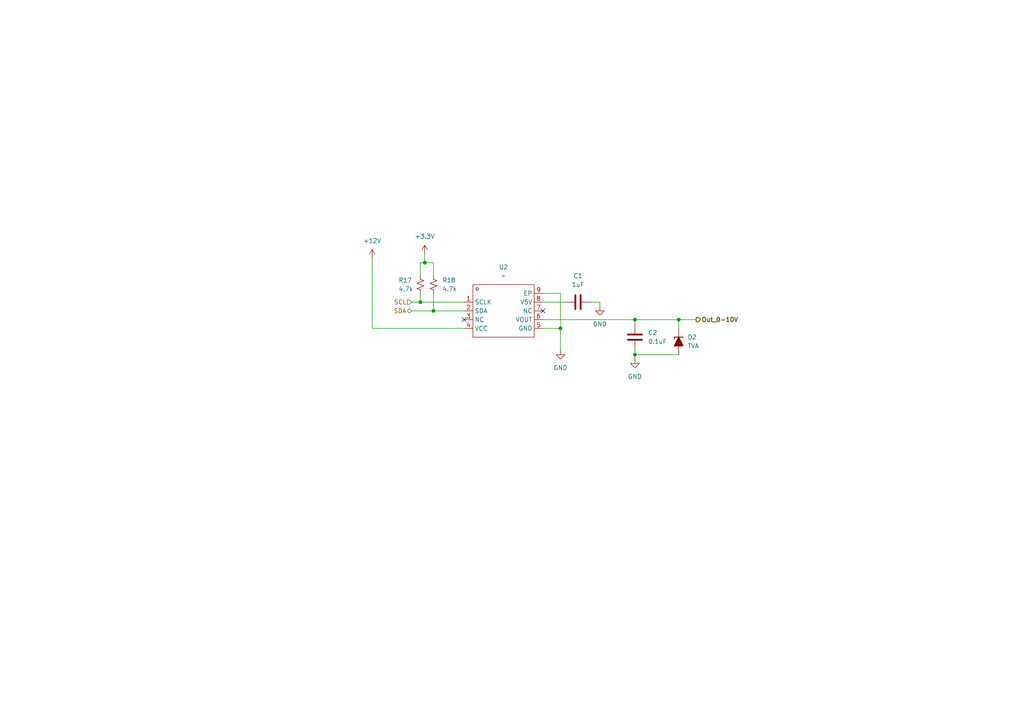
<source format=kicad_sch>
(kicad_sch
	(version 20250114)
	(generator "eeschema")
	(generator_version "9.0")
	(uuid "3fd9f8e7-17f3-41aa-9687-56f8b537a4d3")
	(paper "A4")
	(lib_symbols
		(symbol "GP8211S-TC50-EW:root_0_GP8211S-TC50-EW_"
			(exclude_from_sim no)
			(in_bom yes)
			(on_board yes)
			(property "Reference" ""
				(at 0 0 0)
				(effects
					(font
						(size 1.27 1.27)
					)
				)
			)
			(property "Value" ""
				(at 0 0 0)
				(effects
					(font
						(size 1.27 1.27)
					)
				)
			)
			(property "Footprint" ""
				(at 0 0 0)
				(effects
					(font
						(size 1.27 1.27)
					)
					(hide yes)
				)
			)
			(property "Datasheet" ""
				(at 0 0 0)
				(effects
					(font
						(size 1.27 1.27)
					)
					(hide yes)
				)
			)
			(property "Description" ""
				(at 0 0 0)
				(effects
					(font
						(size 1.27 1.27)
					)
					(hide yes)
				)
			)
			(property "ki_fp_filters" "*ESOP-8_L4.9-W3.9-P1.27-LS6.0-BL-EP*"
				(at 0 0 0)
				(effects
					(font
						(size 1.27 1.27)
					)
					(hide yes)
				)
			)
			(symbol "root_0_GP8211S-TC50-EW__1_0"
				(rectangle
					(start -8.89 7.62)
					(end 8.89 -7.62)
					(stroke
						(width 0)
						(type solid)
						(color 160 0 0 1)
					)
					(fill
						(type none)
					)
				)
				(circle
					(center -7.62 6.35)
					(radius 0.381)
					(stroke
						(width 0)
						(type solid)
						(color 0 0 0 1)
					)
					(fill
						(type none)
					)
				)
				(pin passive line
					(at -11.43 2.54 0)
					(length 2.54)
					(name "SCLK"
						(effects
							(font
								(size 1.27 1.27)
							)
						)
					)
					(number "1"
						(effects
							(font
								(size 1.27 1.27)
							)
						)
					)
				)
				(pin passive line
					(at -11.43 0 0)
					(length 2.54)
					(name "SDA"
						(effects
							(font
								(size 1.27 1.27)
							)
						)
					)
					(number "2"
						(effects
							(font
								(size 1.27 1.27)
							)
						)
					)
				)
				(pin passive line
					(at -11.43 -2.54 0)
					(length 2.54)
					(name "NC"
						(effects
							(font
								(size 1.27 1.27)
							)
						)
					)
					(number "3"
						(effects
							(font
								(size 1.27 1.27)
							)
						)
					)
				)
				(pin passive line
					(at -11.43 -5.08 0)
					(length 2.54)
					(name "VCC"
						(effects
							(font
								(size 1.27 1.27)
							)
						)
					)
					(number "4"
						(effects
							(font
								(size 1.27 1.27)
							)
						)
					)
				)
				(pin passive line
					(at 11.43 5.08 180)
					(length 2.54)
					(name "EP"
						(effects
							(font
								(size 1.27 1.27)
							)
						)
					)
					(number "9"
						(effects
							(font
								(size 1.27 1.27)
							)
						)
					)
				)
				(pin passive line
					(at 11.43 2.54 180)
					(length 2.54)
					(name "V5V"
						(effects
							(font
								(size 1.27 1.27)
							)
						)
					)
					(number "8"
						(effects
							(font
								(size 1.27 1.27)
							)
						)
					)
				)
				(pin passive line
					(at 11.43 0 180)
					(length 2.54)
					(name "NC"
						(effects
							(font
								(size 1.27 1.27)
							)
						)
					)
					(number "7"
						(effects
							(font
								(size 1.27 1.27)
							)
						)
					)
				)
				(pin passive line
					(at 11.43 -2.54 180)
					(length 2.54)
					(name "VOUT"
						(effects
							(font
								(size 1.27 1.27)
							)
						)
					)
					(number "6"
						(effects
							(font
								(size 1.27 1.27)
							)
						)
					)
				)
				(pin passive line
					(at 11.43 -5.08 180)
					(length 2.54)
					(name "GND"
						(effects
							(font
								(size 1.27 1.27)
							)
						)
					)
					(number "5"
						(effects
							(font
								(size 1.27 1.27)
							)
						)
					)
				)
			)
			(embedded_fonts no)
		)
		(symbol "PCM_Capacitor_US_AKL:C_0603"
			(pin_numbers
				(hide yes)
			)
			(pin_names
				(offset 0.254)
			)
			(exclude_from_sim no)
			(in_bom yes)
			(on_board yes)
			(property "Reference" "C"
				(at 0.635 2.54 0)
				(effects
					(font
						(size 1.27 1.27)
					)
					(justify left)
				)
			)
			(property "Value" "C_0603"
				(at 0.635 -2.54 0)
				(effects
					(font
						(size 1.27 1.27)
					)
					(justify left)
				)
			)
			(property "Footprint" "PCM_Capacitor_SMD_AKL:C_0603_1608Metric"
				(at 0.9652 -3.81 0)
				(effects
					(font
						(size 1.27 1.27)
					)
					(hide yes)
				)
			)
			(property "Datasheet" "~"
				(at 0 0 0)
				(effects
					(font
						(size 1.27 1.27)
					)
					(hide yes)
				)
			)
			(property "Description" "SMD 0603 MLCC capacitor, Alternate KiCad Library"
				(at 0 0 0)
				(effects
					(font
						(size 1.27 1.27)
					)
					(hide yes)
				)
			)
			(property "ki_keywords" "cap capacitor ceramic chip mlcc smd 0603"
				(at 0 0 0)
				(effects
					(font
						(size 1.27 1.27)
					)
					(hide yes)
				)
			)
			(property "ki_fp_filters" "C_*"
				(at 0 0 0)
				(effects
					(font
						(size 1.27 1.27)
					)
					(hide yes)
				)
			)
			(symbol "C_0603_0_1"
				(polyline
					(pts
						(xy -2.032 0.762) (xy 2.032 0.762)
					)
					(stroke
						(width 0.508)
						(type default)
					)
					(fill
						(type none)
					)
				)
				(polyline
					(pts
						(xy -2.032 -0.762) (xy 2.032 -0.762)
					)
					(stroke
						(width 0.508)
						(type default)
					)
					(fill
						(type none)
					)
				)
			)
			(symbol "C_0603_0_2"
				(polyline
					(pts
						(xy -2.54 -2.54) (xy -0.381 -0.381)
					)
					(stroke
						(width 0)
						(type default)
					)
					(fill
						(type none)
					)
				)
				(polyline
					(pts
						(xy -0.508 -0.508) (xy -1.651 0.635)
					)
					(stroke
						(width 0.508)
						(type default)
					)
					(fill
						(type none)
					)
				)
				(polyline
					(pts
						(xy -0.508 -0.508) (xy 0.635 -1.651)
					)
					(stroke
						(width 0.508)
						(type default)
					)
					(fill
						(type none)
					)
				)
				(polyline
					(pts
						(xy 0.381 0.381) (xy 2.54 2.54)
					)
					(stroke
						(width 0)
						(type default)
					)
					(fill
						(type none)
					)
				)
				(polyline
					(pts
						(xy 0.508 0.508) (xy -0.635 1.651)
					)
					(stroke
						(width 0.508)
						(type default)
					)
					(fill
						(type none)
					)
				)
				(polyline
					(pts
						(xy 0.508 0.508) (xy 1.651 -0.635)
					)
					(stroke
						(width 0.508)
						(type default)
					)
					(fill
						(type none)
					)
				)
			)
			(symbol "C_0603_1_1"
				(pin passive line
					(at 0 3.81 270)
					(length 2.794)
					(name "~"
						(effects
							(font
								(size 1.27 1.27)
							)
						)
					)
					(number "1"
						(effects
							(font
								(size 1.27 1.27)
							)
						)
					)
				)
				(pin passive line
					(at 0 -3.81 90)
					(length 2.794)
					(name "~"
						(effects
							(font
								(size 1.27 1.27)
							)
						)
					)
					(number "2"
						(effects
							(font
								(size 1.27 1.27)
							)
						)
					)
				)
			)
			(symbol "C_0603_1_2"
				(pin passive line
					(at -2.54 -2.54 90)
					(length 0)
					(name "~"
						(effects
							(font
								(size 1.27 1.27)
							)
						)
					)
					(number "2"
						(effects
							(font
								(size 1.27 1.27)
							)
						)
					)
				)
				(pin passive line
					(at 2.54 2.54 270)
					(length 0)
					(name "~"
						(effects
							(font
								(size 1.27 1.27)
							)
						)
					)
					(number "1"
						(effects
							(font
								(size 1.27 1.27)
							)
						)
					)
				)
			)
			(embedded_fonts no)
		)
		(symbol "PCM_Diode_TVS_AKL:SMF12A"
			(pin_numbers
				(hide yes)
			)
			(pin_names
				(offset 1.016)
				(hide yes)
			)
			(exclude_from_sim no)
			(in_bom yes)
			(on_board yes)
			(property "Reference" "D"
				(at 0 5.08 0)
				(effects
					(font
						(size 1.27 1.27)
					)
				)
			)
			(property "Value" "SMF12A"
				(at 0 2.54 0)
				(effects
					(font
						(size 1.27 1.27)
					)
				)
			)
			(property "Footprint" "PCM_Diode_SMD_AKL:D_SOD-123F"
				(at 0 0 0)
				(effects
					(font
						(size 1.27 1.27)
					)
					(hide yes)
				)
			)
			(property "Datasheet" "https://www.tme.eu/Document/95faf1e5e821ed1b438500c66c7b0bd9/smf50a.pdf"
				(at 0 0 0)
				(effects
					(font
						(size 1.27 1.27)
					)
					(hide yes)
				)
			)
			(property "Description" "SOD-123F Unidirectional TVS diode, 12V, 200W, Alternate KiCAD Library"
				(at 0 0 0)
				(effects
					(font
						(size 1.27 1.27)
					)
					(hide yes)
				)
			)
			(property "ki_keywords" "diode unidirectional TVS SMF-A"
				(at 0 0 0)
				(effects
					(font
						(size 1.27 1.27)
					)
					(hide yes)
				)
			)
			(property "ki_fp_filters" "TO-???* *_Diode_* *SingleDiode* D_*"
				(at 0 0 0)
				(effects
					(font
						(size 1.27 1.27)
					)
					(hide yes)
				)
			)
			(symbol "SMF12A_0_1"
				(polyline
					(pts
						(xy -1.27 1.27) (xy -1.27 -1.27) (xy 1.27 0) (xy -1.27 1.27)
					)
					(stroke
						(width 0.254)
						(type default)
					)
					(fill
						(type outline)
					)
				)
				(polyline
					(pts
						(xy -1.27 0) (xy 1.27 0)
					)
					(stroke
						(width 0)
						(type default)
					)
					(fill
						(type none)
					)
				)
				(polyline
					(pts
						(xy 1.27 1.27) (xy 0.762 1.27)
					)
					(stroke
						(width 0.254)
						(type default)
					)
					(fill
						(type none)
					)
				)
				(polyline
					(pts
						(xy 1.27 -1.27) (xy 1.27 1.27)
					)
					(stroke
						(width 0.254)
						(type default)
					)
					(fill
						(type none)
					)
				)
			)
			(symbol "SMF12A_0_2"
				(polyline
					(pts
						(xy -2.54 -2.54) (xy 2.54 2.54)
					)
					(stroke
						(width 0)
						(type default)
					)
					(fill
						(type none)
					)
				)
				(polyline
					(pts
						(xy -0.889 -0.889) (xy -1.778 0) (xy 0.889 0.889) (xy 0 -1.778) (xy -0.889 -0.889)
					)
					(stroke
						(width 0.254)
						(type default)
					)
					(fill
						(type outline)
					)
				)
				(polyline
					(pts
						(xy 0 1.778) (xy -0.381 1.397)
					)
					(stroke
						(width 0.254)
						(type default)
					)
					(fill
						(type none)
					)
				)
				(polyline
					(pts
						(xy 0 1.778) (xy 1.778 0)
					)
					(stroke
						(width 0.254)
						(type default)
					)
					(fill
						(type none)
					)
				)
			)
			(symbol "SMF12A_1_1"
				(pin passive line
					(at -3.81 0 0)
					(length 2.54)
					(name "A"
						(effects
							(font
								(size 1.27 1.27)
							)
						)
					)
					(number "2"
						(effects
							(font
								(size 1.27 1.27)
							)
						)
					)
				)
				(pin passive line
					(at 3.81 0 180)
					(length 2.54)
					(name "K"
						(effects
							(font
								(size 1.27 1.27)
							)
						)
					)
					(number "1"
						(effects
							(font
								(size 1.27 1.27)
							)
						)
					)
				)
			)
			(symbol "SMF12A_1_2"
				(pin passive line
					(at -2.54 -2.54 0)
					(length 0)
					(name "A"
						(effects
							(font
								(size 1.27 1.27)
							)
						)
					)
					(number "2"
						(effects
							(font
								(size 1.27 1.27)
							)
						)
					)
				)
				(pin passive line
					(at 2.54 2.54 180)
					(length 0)
					(name "K"
						(effects
							(font
								(size 1.27 1.27)
							)
						)
					)
					(number "1"
						(effects
							(font
								(size 1.27 1.27)
							)
						)
					)
				)
			)
			(embedded_fonts no)
		)
		(symbol "PCM_SparkFun-Resistor:4.7k_0603"
			(pin_numbers
				(hide yes)
			)
			(pin_names
				(offset 0)
			)
			(exclude_from_sim no)
			(in_bom yes)
			(on_board yes)
			(property "Reference" "R"
				(at 0 -2.54 0)
				(effects
					(font
						(size 1.27 1.27)
					)
				)
			)
			(property "Value" "4.7k"
				(at 0 2.54 0)
				(effects
					(font
						(size 1.27 1.27)
					)
				)
			)
			(property "Footprint" "PCM_SparkFun-Resistor:R_0603_1608Metric"
				(at 0 -4.318 0)
				(effects
					(font
						(size 1.27 1.27)
					)
					(hide yes)
				)
			)
			(property "Datasheet" "https://www.vishay.com/docs/20035/dcrcwe3.pdf"
				(at 0 -8.89 0)
				(effects
					(font
						(size 1.27 1.27)
					)
					(hide yes)
				)
			)
			(property "Description" "Resistor"
				(at 0 -11.43 0)
				(effects
					(font
						(size 1.27 1.27)
					)
					(hide yes)
				)
			)
			(property "PROD_ID" "RES-07857"
				(at 0 -6.604 0)
				(effects
					(font
						(size 1.27 1.27)
					)
					(hide yes)
				)
			)
			(property "ki_keywords" "SparkFun R res resistor"
				(at 0 0 0)
				(effects
					(font
						(size 1.27 1.27)
					)
					(hide yes)
				)
			)
			(property "ki_fp_filters" "R_*"
				(at 0 0 0)
				(effects
					(font
						(size 1.27 1.27)
					)
					(hide yes)
				)
			)
			(symbol "4.7k_0603_0_1"
				(polyline
					(pts
						(xy -1.524 0) (xy -1.143 1.016) (xy -0.762 0) (xy -0.381 -1.016) (xy 0 0)
					)
					(stroke
						(width 0)
						(type default)
					)
					(fill
						(type none)
					)
				)
				(polyline
					(pts
						(xy 0 0) (xy 0.381 1.016) (xy 0.762 0) (xy 1.143 -1.016) (xy 1.524 0)
					)
					(stroke
						(width 0)
						(type default)
					)
					(fill
						(type none)
					)
				)
			)
			(symbol "4.7k_0603_1_1"
				(pin passive line
					(at -2.54 0 0)
					(length 1.016)
					(name "~"
						(effects
							(font
								(size 1.27 1.27)
							)
						)
					)
					(number "1"
						(effects
							(font
								(size 1.27 1.27)
							)
						)
					)
				)
				(pin passive line
					(at 2.54 0 180)
					(length 1.016)
					(name "~"
						(effects
							(font
								(size 1.27 1.27)
							)
						)
					)
					(number "2"
						(effects
							(font
								(size 1.27 1.27)
							)
						)
					)
				)
			)
			(embedded_fonts no)
		)
		(symbol "power:+12V"
			(power)
			(pin_numbers
				(hide yes)
			)
			(pin_names
				(offset 0)
				(hide yes)
			)
			(exclude_from_sim no)
			(in_bom yes)
			(on_board yes)
			(property "Reference" "#PWR"
				(at 0 -3.81 0)
				(effects
					(font
						(size 1.27 1.27)
					)
					(hide yes)
				)
			)
			(property "Value" "+12V"
				(at 0 3.556 0)
				(effects
					(font
						(size 1.27 1.27)
					)
				)
			)
			(property "Footprint" ""
				(at 0 0 0)
				(effects
					(font
						(size 1.27 1.27)
					)
					(hide yes)
				)
			)
			(property "Datasheet" ""
				(at 0 0 0)
				(effects
					(font
						(size 1.27 1.27)
					)
					(hide yes)
				)
			)
			(property "Description" "Power symbol creates a global label with name \"+12V\""
				(at 0 0 0)
				(effects
					(font
						(size 1.27 1.27)
					)
					(hide yes)
				)
			)
			(property "ki_keywords" "global power"
				(at 0 0 0)
				(effects
					(font
						(size 1.27 1.27)
					)
					(hide yes)
				)
			)
			(symbol "+12V_0_1"
				(polyline
					(pts
						(xy -0.762 1.27) (xy 0 2.54)
					)
					(stroke
						(width 0)
						(type default)
					)
					(fill
						(type none)
					)
				)
				(polyline
					(pts
						(xy 0 2.54) (xy 0.762 1.27)
					)
					(stroke
						(width 0)
						(type default)
					)
					(fill
						(type none)
					)
				)
				(polyline
					(pts
						(xy 0 0) (xy 0 2.54)
					)
					(stroke
						(width 0)
						(type default)
					)
					(fill
						(type none)
					)
				)
			)
			(symbol "+12V_1_1"
				(pin power_in line
					(at 0 0 90)
					(length 0)
					(name "~"
						(effects
							(font
								(size 1.27 1.27)
							)
						)
					)
					(number "1"
						(effects
							(font
								(size 1.27 1.27)
							)
						)
					)
				)
			)
			(embedded_fonts no)
		)
		(symbol "power:+3.3V"
			(power)
			(pin_numbers
				(hide yes)
			)
			(pin_names
				(offset 0)
				(hide yes)
			)
			(exclude_from_sim no)
			(in_bom yes)
			(on_board yes)
			(property "Reference" "#PWR"
				(at 0 -3.81 0)
				(effects
					(font
						(size 1.27 1.27)
					)
					(hide yes)
				)
			)
			(property "Value" "+3.3V"
				(at 0 3.556 0)
				(effects
					(font
						(size 1.27 1.27)
					)
				)
			)
			(property "Footprint" ""
				(at 0 0 0)
				(effects
					(font
						(size 1.27 1.27)
					)
					(hide yes)
				)
			)
			(property "Datasheet" ""
				(at 0 0 0)
				(effects
					(font
						(size 1.27 1.27)
					)
					(hide yes)
				)
			)
			(property "Description" "Power symbol creates a global label with name \"+3.3V\""
				(at 0 0 0)
				(effects
					(font
						(size 1.27 1.27)
					)
					(hide yes)
				)
			)
			(property "ki_keywords" "global power"
				(at 0 0 0)
				(effects
					(font
						(size 1.27 1.27)
					)
					(hide yes)
				)
			)
			(symbol "+3.3V_0_1"
				(polyline
					(pts
						(xy -0.762 1.27) (xy 0 2.54)
					)
					(stroke
						(width 0)
						(type default)
					)
					(fill
						(type none)
					)
				)
				(polyline
					(pts
						(xy 0 2.54) (xy 0.762 1.27)
					)
					(stroke
						(width 0)
						(type default)
					)
					(fill
						(type none)
					)
				)
				(polyline
					(pts
						(xy 0 0) (xy 0 2.54)
					)
					(stroke
						(width 0)
						(type default)
					)
					(fill
						(type none)
					)
				)
			)
			(symbol "+3.3V_1_1"
				(pin power_in line
					(at 0 0 90)
					(length 0)
					(name "~"
						(effects
							(font
								(size 1.27 1.27)
							)
						)
					)
					(number "1"
						(effects
							(font
								(size 1.27 1.27)
							)
						)
					)
				)
			)
			(embedded_fonts no)
		)
		(symbol "power:GND"
			(power)
			(pin_numbers
				(hide yes)
			)
			(pin_names
				(offset 0)
				(hide yes)
			)
			(exclude_from_sim no)
			(in_bom yes)
			(on_board yes)
			(property "Reference" "#PWR"
				(at 0 -6.35 0)
				(effects
					(font
						(size 1.27 1.27)
					)
					(hide yes)
				)
			)
			(property "Value" "GND"
				(at 0 -3.81 0)
				(effects
					(font
						(size 1.27 1.27)
					)
				)
			)
			(property "Footprint" ""
				(at 0 0 0)
				(effects
					(font
						(size 1.27 1.27)
					)
					(hide yes)
				)
			)
			(property "Datasheet" ""
				(at 0 0 0)
				(effects
					(font
						(size 1.27 1.27)
					)
					(hide yes)
				)
			)
			(property "Description" "Power symbol creates a global label with name \"GND\" , ground"
				(at 0 0 0)
				(effects
					(font
						(size 1.27 1.27)
					)
					(hide yes)
				)
			)
			(property "ki_keywords" "global power"
				(at 0 0 0)
				(effects
					(font
						(size 1.27 1.27)
					)
					(hide yes)
				)
			)
			(symbol "GND_0_1"
				(polyline
					(pts
						(xy 0 0) (xy 0 -1.27) (xy 1.27 -1.27) (xy 0 -2.54) (xy -1.27 -1.27) (xy 0 -1.27)
					)
					(stroke
						(width 0)
						(type default)
					)
					(fill
						(type none)
					)
				)
			)
			(symbol "GND_1_1"
				(pin power_in line
					(at 0 0 270)
					(length 0)
					(name "~"
						(effects
							(font
								(size 1.27 1.27)
							)
						)
					)
					(number "1"
						(effects
							(font
								(size 1.27 1.27)
							)
						)
					)
				)
			)
			(embedded_fonts no)
		)
	)
	(junction
		(at 196.85 92.71)
		(diameter 0)
		(color 0 0 0 0)
		(uuid "059fbf04-29c8-4b46-b060-4c9575955865")
	)
	(junction
		(at 184.15 92.71)
		(diameter 0)
		(color 0 0 0 0)
		(uuid "10ce0e5e-40bb-4b4d-8e77-17471293d0f9")
	)
	(junction
		(at 162.56 95.25)
		(diameter 0)
		(color 0 0 0 0)
		(uuid "551353cf-9c62-47f9-8db2-3476d87c63d9")
	)
	(junction
		(at 123.19 76.2)
		(diameter 0)
		(color 0 0 0 0)
		(uuid "5b38df48-fc70-43d6-99b2-980a2d90b0eb")
	)
	(junction
		(at 184.15 102.87)
		(diameter 0)
		(color 0 0 0 0)
		(uuid "c60ade14-8f52-43ec-a4a9-f9df73d03cb0")
	)
	(junction
		(at 121.92 87.63)
		(diameter 0)
		(color 0 0 0 0)
		(uuid "cd35353a-ac9d-467b-aa80-f6cba8a1b016")
	)
	(junction
		(at 125.73 90.17)
		(diameter 0)
		(color 0 0 0 0)
		(uuid "ff7b880f-9304-4c56-a104-dd7342a7615a")
	)
	(no_connect
		(at 134.62 92.71)
		(uuid "78c64701-2142-4db0-bbeb-95608c1449e4")
	)
	(no_connect
		(at 157.48 90.17)
		(uuid "9dbea135-f2ca-4c0d-9e4f-f8194254dada")
	)
	(wire
		(pts
			(xy 173.99 88.9) (xy 173.99 87.63)
		)
		(stroke
			(width 0)
			(type default)
		)
		(uuid "1cd01b99-dd52-413a-b9ae-7461ff8caa68")
	)
	(wire
		(pts
			(xy 125.73 90.17) (xy 134.62 90.17)
		)
		(stroke
			(width 0)
			(type default)
		)
		(uuid "270b190e-c24c-4c18-9f6c-a0a0c8157c27")
	)
	(wire
		(pts
			(xy 121.92 80.01) (xy 121.92 76.2)
		)
		(stroke
			(width 0)
			(type default)
		)
		(uuid "34796d02-1b28-4ab4-b13d-7cf338ca04ab")
	)
	(wire
		(pts
			(xy 184.15 101.6) (xy 184.15 102.87)
		)
		(stroke
			(width 0)
			(type default)
		)
		(uuid "3c3a826e-973d-497d-bc1d-b2f8c258c211")
	)
	(wire
		(pts
			(xy 123.19 73.66) (xy 123.19 76.2)
		)
		(stroke
			(width 0)
			(type default)
		)
		(uuid "40c42b84-0a2e-42c1-9909-dc6403d3c8b8")
	)
	(wire
		(pts
			(xy 107.95 95.25) (xy 134.62 95.25)
		)
		(stroke
			(width 0)
			(type default)
		)
		(uuid "42e4e0aa-4be5-43f7-8803-b77fbadb9d78")
	)
	(wire
		(pts
			(xy 121.92 87.63) (xy 134.62 87.63)
		)
		(stroke
			(width 0)
			(type default)
		)
		(uuid "439948f5-8704-4ab7-af9b-3f429f0dbba4")
	)
	(wire
		(pts
			(xy 184.15 92.71) (xy 184.15 93.98)
		)
		(stroke
			(width 0)
			(type default)
		)
		(uuid "468241d7-62b5-4e6d-8b30-86701e51b966")
	)
	(wire
		(pts
			(xy 157.48 92.71) (xy 184.15 92.71)
		)
		(stroke
			(width 0)
			(type default)
		)
		(uuid "4a473cbd-222f-4999-ab2d-d40a84940676")
	)
	(wire
		(pts
			(xy 125.73 76.2) (xy 125.73 80.01)
		)
		(stroke
			(width 0)
			(type default)
		)
		(uuid "59f52851-5bac-465f-8f39-0f5eaf86942f")
	)
	(wire
		(pts
			(xy 184.15 102.87) (xy 184.15 104.14)
		)
		(stroke
			(width 0)
			(type default)
		)
		(uuid "6423fb6c-dc4d-4c4e-a841-508fef5d29e8")
	)
	(wire
		(pts
			(xy 173.99 87.63) (xy 171.45 87.63)
		)
		(stroke
			(width 0)
			(type default)
		)
		(uuid "6436d809-c576-4c96-af16-0456ce877ac2")
	)
	(wire
		(pts
			(xy 162.56 85.09) (xy 162.56 95.25)
		)
		(stroke
			(width 0)
			(type default)
		)
		(uuid "649e392c-4ec5-4f7a-a4e0-4db205bde9f2")
	)
	(wire
		(pts
			(xy 157.48 85.09) (xy 162.56 85.09)
		)
		(stroke
			(width 0)
			(type default)
		)
		(uuid "71b18c45-109a-4704-959c-9e3c4092ba24")
	)
	(wire
		(pts
			(xy 121.92 76.2) (xy 123.19 76.2)
		)
		(stroke
			(width 0)
			(type default)
		)
		(uuid "84f25218-a17f-4364-90c0-561c48abb461")
	)
	(wire
		(pts
			(xy 196.85 92.71) (xy 201.93 92.71)
		)
		(stroke
			(width 0)
			(type default)
		)
		(uuid "88ffa6e9-c477-4e17-b204-f70ccb27387a")
	)
	(wire
		(pts
			(xy 184.15 102.87) (xy 196.85 102.87)
		)
		(stroke
			(width 0)
			(type default)
		)
		(uuid "98ff32c7-323b-4b5d-b5fe-4b319d13f37d")
	)
	(wire
		(pts
			(xy 119.38 87.63) (xy 121.92 87.63)
		)
		(stroke
			(width 0)
			(type default)
		)
		(uuid "9f22296c-c2e9-4d52-996e-8a17b949352b")
	)
	(wire
		(pts
			(xy 184.15 92.71) (xy 196.85 92.71)
		)
		(stroke
			(width 0)
			(type default)
		)
		(uuid "b13bb237-a628-4b88-9dad-2478d5d4fdf3")
	)
	(wire
		(pts
			(xy 107.95 74.93) (xy 107.95 95.25)
		)
		(stroke
			(width 0)
			(type default)
		)
		(uuid "c5cb6509-ca1a-43f5-ab4c-a5a451bdcf69")
	)
	(wire
		(pts
			(xy 162.56 101.6) (xy 162.56 95.25)
		)
		(stroke
			(width 0)
			(type default)
		)
		(uuid "ccd90fe5-45bf-4f53-a543-0dac86058cbb")
	)
	(wire
		(pts
			(xy 121.92 85.09) (xy 121.92 87.63)
		)
		(stroke
			(width 0)
			(type default)
		)
		(uuid "d5c8d077-a4c0-4281-ba3e-d95cd4cf43b7")
	)
	(wire
		(pts
			(xy 196.85 92.71) (xy 196.85 95.25)
		)
		(stroke
			(width 0)
			(type default)
		)
		(uuid "d7f24e60-1524-49e4-b8af-f01bef0bc625")
	)
	(wire
		(pts
			(xy 157.48 87.63) (xy 163.83 87.63)
		)
		(stroke
			(width 0)
			(type default)
		)
		(uuid "e02bcd2f-9a41-4d66-ba69-b84930d1828c")
	)
	(wire
		(pts
			(xy 123.19 76.2) (xy 125.73 76.2)
		)
		(stroke
			(width 0)
			(type default)
		)
		(uuid "e3053724-0f5f-4d63-a4c0-5cd9adeedaee")
	)
	(wire
		(pts
			(xy 125.73 85.09) (xy 125.73 90.17)
		)
		(stroke
			(width 0)
			(type default)
		)
		(uuid "f213cdac-49b9-4d30-a140-f8636dbf0996")
	)
	(wire
		(pts
			(xy 162.56 95.25) (xy 157.48 95.25)
		)
		(stroke
			(width 0)
			(type default)
		)
		(uuid "fe752f59-8c62-4440-9c0e-817a234f65c8")
	)
	(wire
		(pts
			(xy 119.38 90.17) (xy 125.73 90.17)
		)
		(stroke
			(width 0)
			(type default)
		)
		(uuid "fe9b98c5-43da-4bf2-8863-0c16f14ce3a9")
	)
	(hierarchical_label "SDA"
		(shape bidirectional)
		(at 119.38 90.17 180)
		(effects
			(font
				(size 1.27 1.27)
			)
			(justify right)
		)
		(uuid "4d287179-8d58-4fc6-aa83-feaa960c00b0")
	)
	(hierarchical_label "Out_0-10V"
		(shape output)
		(at 201.93 92.71 0)
		(effects
			(font
				(size 1.27 1.27)
				(thickness 0.254)
				(bold yes)
			)
			(justify left)
		)
		(uuid "6248394d-45b1-4aa5-bd8f-a6f1c929d95c")
	)
	(hierarchical_label "SCL"
		(shape input)
		(at 119.38 87.63 180)
		(effects
			(font
				(size 1.27 1.27)
			)
			(justify right)
		)
		(uuid "f7bb4769-9ca3-4e62-92c8-d7529c3a774b")
	)
	(symbol
		(lib_id "power:+12V")
		(at 107.95 74.93 0)
		(unit 1)
		(exclude_from_sim no)
		(in_bom yes)
		(on_board yes)
		(dnp no)
		(fields_autoplaced yes)
		(uuid "193ca23d-a4a4-485d-b27e-e50309d1b438")
		(property "Reference" "#PWR030"
			(at 107.95 78.74 0)
			(effects
				(font
					(size 1.27 1.27)
				)
				(hide yes)
			)
		)
		(property "Value" "+12V"
			(at 107.95 69.85 0)
			(effects
				(font
					(size 1.27 1.27)
				)
			)
		)
		(property "Footprint" ""
			(at 107.95 74.93 0)
			(effects
				(font
					(size 1.27 1.27)
				)
				(hide yes)
			)
		)
		(property "Datasheet" ""
			(at 107.95 74.93 0)
			(effects
				(font
					(size 1.27 1.27)
				)
				(hide yes)
			)
		)
		(property "Description" "Power symbol creates a global label with name \"+12V\""
			(at 107.95 74.93 0)
			(effects
				(font
					(size 1.27 1.27)
				)
				(hide yes)
			)
		)
		(pin "1"
			(uuid "617f50e2-9e65-4ef3-ae54-2561349c22b0")
		)
		(instances
			(project ""
				(path "/20dd9fa8-33e5-4e01-8b4a-8cb5828152c9/ef44eee8-cd41-4527-92e2-6c408c0d0d91/56eed3b9-401a-4a33-b005-aafbee361f70"
					(reference "#PWR030")
					(unit 1)
				)
			)
		)
	)
	(symbol
		(lib_id "power:GND")
		(at 162.56 101.6 0)
		(unit 1)
		(exclude_from_sim no)
		(in_bom yes)
		(on_board yes)
		(dnp no)
		(fields_autoplaced yes)
		(uuid "59d15f74-c86c-4ffa-a24d-f6499add21fd")
		(property "Reference" "#PWR029"
			(at 162.56 107.95 0)
			(effects
				(font
					(size 1.27 1.27)
				)
				(hide yes)
			)
		)
		(property "Value" "GND"
			(at 162.56 106.68 0)
			(effects
				(font
					(size 1.27 1.27)
				)
			)
		)
		(property "Footprint" ""
			(at 162.56 101.6 0)
			(effects
				(font
					(size 1.27 1.27)
				)
				(hide yes)
			)
		)
		(property "Datasheet" ""
			(at 162.56 101.6 0)
			(effects
				(font
					(size 1.27 1.27)
				)
				(hide yes)
			)
		)
		(property "Description" "Power symbol creates a global label with name \"GND\" , ground"
			(at 162.56 101.6 0)
			(effects
				(font
					(size 1.27 1.27)
				)
				(hide yes)
			)
		)
		(pin "1"
			(uuid "03e47158-eb48-4b9a-864f-92cb31822b86")
		)
		(instances
			(project "PLC4UNIPCB"
				(path "/20dd9fa8-33e5-4e01-8b4a-8cb5828152c9/ef44eee8-cd41-4527-92e2-6c408c0d0d91/56eed3b9-401a-4a33-b005-aafbee361f70"
					(reference "#PWR029")
					(unit 1)
				)
			)
		)
	)
	(symbol
		(lib_id "PCM_Capacitor_US_AKL:C_0603")
		(at 184.15 97.79 180)
		(unit 1)
		(exclude_from_sim no)
		(in_bom yes)
		(on_board yes)
		(dnp no)
		(fields_autoplaced yes)
		(uuid "62241e1a-a50b-46e9-853e-7bbcc764ffe0")
		(property "Reference" "C2"
			(at 187.96 96.5199 0)
			(effects
				(font
					(size 1.27 1.27)
				)
				(justify right)
			)
		)
		(property "Value" "0.1uF"
			(at 187.96 99.0599 0)
			(effects
				(font
					(size 1.27 1.27)
				)
				(justify right)
			)
		)
		(property "Footprint" "PCM_Capacitor_SMD_AKL:C_0603_1608Metric"
			(at 183.1848 93.98 0)
			(effects
				(font
					(size 1.27 1.27)
				)
				(hide yes)
			)
		)
		(property "Datasheet" "~"
			(at 184.15 97.79 0)
			(effects
				(font
					(size 1.27 1.27)
				)
				(hide yes)
			)
		)
		(property "Description" "SMD 0603 MLCC capacitor, Alternate KiCad Library"
			(at 184.15 97.79 0)
			(effects
				(font
					(size 1.27 1.27)
				)
				(hide yes)
			)
		)
		(property "LCSC" "C66501"
			(at 184.15 97.79 0)
			(effects
				(font
					(size 1.27 1.27)
				)
				(hide yes)
			)
		)
		(pin "1"
			(uuid "90b6682c-4a58-4cf3-809b-b04e8b9f0cd6")
		)
		(pin "2"
			(uuid "3079210d-b323-47b5-bdd1-b55e9db164c3")
		)
		(instances
			(project "PLC4UNIPCB"
				(path "/20dd9fa8-33e5-4e01-8b4a-8cb5828152c9/ef44eee8-cd41-4527-92e2-6c408c0d0d91/56eed3b9-401a-4a33-b005-aafbee361f70"
					(reference "C2")
					(unit 1)
				)
			)
		)
	)
	(symbol
		(lib_id "power:GND")
		(at 173.99 88.9 0)
		(unit 1)
		(exclude_from_sim no)
		(in_bom yes)
		(on_board yes)
		(dnp no)
		(fields_autoplaced yes)
		(uuid "717c6fc7-bb78-4fb5-9585-122e8ca9b770")
		(property "Reference" "#PWR032"
			(at 173.99 95.25 0)
			(effects
				(font
					(size 1.27 1.27)
				)
				(hide yes)
			)
		)
		(property "Value" "GND"
			(at 173.99 93.98 0)
			(effects
				(font
					(size 1.27 1.27)
				)
			)
		)
		(property "Footprint" ""
			(at 173.99 88.9 0)
			(effects
				(font
					(size 1.27 1.27)
				)
				(hide yes)
			)
		)
		(property "Datasheet" ""
			(at 173.99 88.9 0)
			(effects
				(font
					(size 1.27 1.27)
				)
				(hide yes)
			)
		)
		(property "Description" "Power symbol creates a global label with name \"GND\" , ground"
			(at 173.99 88.9 0)
			(effects
				(font
					(size 1.27 1.27)
				)
				(hide yes)
			)
		)
		(pin "1"
			(uuid "624da439-dad9-487c-a013-9f057c581930")
		)
		(instances
			(project "PLC4UNIPCB"
				(path "/20dd9fa8-33e5-4e01-8b4a-8cb5828152c9/ef44eee8-cd41-4527-92e2-6c408c0d0d91/56eed3b9-401a-4a33-b005-aafbee361f70"
					(reference "#PWR032")
					(unit 1)
				)
			)
		)
	)
	(symbol
		(lib_id "PCM_Diode_TVS_AKL:SMF12A")
		(at 196.85 99.06 90)
		(unit 1)
		(exclude_from_sim no)
		(in_bom yes)
		(on_board yes)
		(dnp no)
		(fields_autoplaced yes)
		(uuid "76afa9f3-8db1-4d91-a163-6b59c9bf265a")
		(property "Reference" "D2"
			(at 199.39 97.7899 90)
			(effects
				(font
					(size 1.27 1.27)
				)
				(justify right)
			)
		)
		(property "Value" "TVA"
			(at 199.39 100.3299 90)
			(effects
				(font
					(size 1.27 1.27)
				)
				(justify right)
			)
		)
		(property "Footprint" "PCM_Diode_SMD_AKL:D_SOD-123F"
			(at 196.85 99.06 0)
			(effects
				(font
					(size 1.27 1.27)
				)
				(hide yes)
			)
		)
		(property "Datasheet" "https://www.tme.eu/Document/95faf1e5e821ed1b438500c66c7b0bd9/smf50a.pdf"
			(at 196.85 99.06 0)
			(effects
				(font
					(size 1.27 1.27)
				)
				(hide yes)
			)
		)
		(property "Description" "SOD-123F Unidirectional TVS diode, 12V, 200W, Alternate KiCAD Library"
			(at 196.85 99.06 0)
			(effects
				(font
					(size 1.27 1.27)
				)
				(hide yes)
			)
		)
		(property "LCSC" "C18199535"
			(at 196.85 99.06 90)
			(effects
				(font
					(size 1.27 1.27)
				)
				(hide yes)
			)
		)
		(pin "1"
			(uuid "453ee53a-c53a-4a48-baa0-635532dc8730")
		)
		(pin "2"
			(uuid "8641c4fe-1712-4110-84b8-9c4c79a07e89")
		)
		(instances
			(project ""
				(path "/20dd9fa8-33e5-4e01-8b4a-8cb5828152c9/ef44eee8-cd41-4527-92e2-6c408c0d0d91/56eed3b9-401a-4a33-b005-aafbee361f70"
					(reference "D2")
					(unit 1)
				)
			)
		)
	)
	(symbol
		(lib_id "power:+3.3V")
		(at 123.19 73.66 0)
		(unit 1)
		(exclude_from_sim no)
		(in_bom yes)
		(on_board yes)
		(dnp no)
		(fields_autoplaced yes)
		(uuid "784d1c11-1282-4ac9-8b86-21d8036b7e14")
		(property "Reference" "#PWR033"
			(at 123.19 77.47 0)
			(effects
				(font
					(size 1.27 1.27)
				)
				(hide yes)
			)
		)
		(property "Value" "+3.3V"
			(at 123.19 68.58 0)
			(effects
				(font
					(size 1.27 1.27)
				)
			)
		)
		(property "Footprint" ""
			(at 123.19 73.66 0)
			(effects
				(font
					(size 1.27 1.27)
				)
				(hide yes)
			)
		)
		(property "Datasheet" ""
			(at 123.19 73.66 0)
			(effects
				(font
					(size 1.27 1.27)
				)
				(hide yes)
			)
		)
		(property "Description" "Power symbol creates a global label with name \"+3.3V\""
			(at 123.19 73.66 0)
			(effects
				(font
					(size 1.27 1.27)
				)
				(hide yes)
			)
		)
		(pin "1"
			(uuid "aa3b80fe-463e-445b-b108-8d6f251bb166")
		)
		(instances
			(project ""
				(path "/20dd9fa8-33e5-4e01-8b4a-8cb5828152c9/ef44eee8-cd41-4527-92e2-6c408c0d0d91/56eed3b9-401a-4a33-b005-aafbee361f70"
					(reference "#PWR033")
					(unit 1)
				)
			)
		)
	)
	(symbol
		(lib_id "PCM_SparkFun-Resistor:4.7k_0603")
		(at 125.73 82.55 270)
		(unit 1)
		(exclude_from_sim no)
		(in_bom yes)
		(on_board yes)
		(dnp no)
		(fields_autoplaced yes)
		(uuid "9408a066-6a55-42c1-a1d8-75ee2757be5d")
		(property "Reference" "R18"
			(at 128.27 81.2799 90)
			(effects
				(font
					(size 1.27 1.27)
				)
				(justify left)
			)
		)
		(property "Value" "4.7k"
			(at 128.27 83.8199 90)
			(effects
				(font
					(size 1.27 1.27)
				)
				(justify left)
			)
		)
		(property "Footprint" "PCM_SparkFun-Resistor:R_0603_1608Metric"
			(at 121.412 82.55 0)
			(effects
				(font
					(size 1.27 1.27)
				)
				(hide yes)
			)
		)
		(property "Datasheet" "https://www.vishay.com/docs/20035/dcrcwe3.pdf"
			(at 116.84 82.55 0)
			(effects
				(font
					(size 1.27 1.27)
				)
				(hide yes)
			)
		)
		(property "Description" "Resistor"
			(at 114.3 82.55 0)
			(effects
				(font
					(size 1.27 1.27)
				)
				(hide yes)
			)
		)
		(property "PROD_ID" "RES-07857"
			(at 119.126 82.55 0)
			(effects
				(font
					(size 1.27 1.27)
				)
				(hide yes)
			)
		)
		(property "LCSC" "C99782"
			(at 125.73 82.55 90)
			(effects
				(font
					(size 1.27 1.27)
				)
				(hide yes)
			)
		)
		(pin "2"
			(uuid "a29ca128-989d-4459-a280-aab54b792ef6")
		)
		(pin "1"
			(uuid "0c69e7a5-57a8-468e-9a27-7b4f5197bc92")
		)
		(instances
			(project "PLC4UNIPCB"
				(path "/20dd9fa8-33e5-4e01-8b4a-8cb5828152c9/ef44eee8-cd41-4527-92e2-6c408c0d0d91/56eed3b9-401a-4a33-b005-aafbee361f70"
					(reference "R18")
					(unit 1)
				)
			)
		)
	)
	(symbol
		(lib_id "power:GND")
		(at 184.15 104.14 0)
		(unit 1)
		(exclude_from_sim no)
		(in_bom yes)
		(on_board yes)
		(dnp no)
		(fields_autoplaced yes)
		(uuid "ac03db1d-5057-4d5b-a9ac-245c2acc462b")
		(property "Reference" "#PWR031"
			(at 184.15 110.49 0)
			(effects
				(font
					(size 1.27 1.27)
				)
				(hide yes)
			)
		)
		(property "Value" "GND"
			(at 184.15 109.22 0)
			(effects
				(font
					(size 1.27 1.27)
				)
			)
		)
		(property "Footprint" ""
			(at 184.15 104.14 0)
			(effects
				(font
					(size 1.27 1.27)
				)
				(hide yes)
			)
		)
		(property "Datasheet" ""
			(at 184.15 104.14 0)
			(effects
				(font
					(size 1.27 1.27)
				)
				(hide yes)
			)
		)
		(property "Description" "Power symbol creates a global label with name \"GND\" , ground"
			(at 184.15 104.14 0)
			(effects
				(font
					(size 1.27 1.27)
				)
				(hide yes)
			)
		)
		(pin "1"
			(uuid "90d793f7-6d51-47c7-81d3-4fe654470ffc")
		)
		(instances
			(project "PLC4UNIPCB"
				(path "/20dd9fa8-33e5-4e01-8b4a-8cb5828152c9/ef44eee8-cd41-4527-92e2-6c408c0d0d91/56eed3b9-401a-4a33-b005-aafbee361f70"
					(reference "#PWR031")
					(unit 1)
				)
			)
		)
	)
	(symbol
		(lib_id "PCM_SparkFun-Resistor:4.7k_0603")
		(at 121.92 82.55 90)
		(unit 1)
		(exclude_from_sim no)
		(in_bom yes)
		(on_board yes)
		(dnp no)
		(uuid "b835932e-87c7-4e5d-829f-bebd12a47bc5")
		(property "Reference" "R17"
			(at 115.57 81.28 90)
			(effects
				(font
					(size 1.27 1.27)
				)
				(justify right)
			)
		)
		(property "Value" "4.7k"
			(at 115.57 83.82 90)
			(effects
				(font
					(size 1.27 1.27)
				)
				(justify right)
			)
		)
		(property "Footprint" "PCM_SparkFun-Resistor:R_0603_1608Metric"
			(at 126.238 82.55 0)
			(effects
				(font
					(size 1.27 1.27)
				)
				(hide yes)
			)
		)
		(property "Datasheet" "https://www.vishay.com/docs/20035/dcrcwe3.pdf"
			(at 130.81 82.55 0)
			(effects
				(font
					(size 1.27 1.27)
				)
				(hide yes)
			)
		)
		(property "Description" "Resistor"
			(at 133.35 82.55 0)
			(effects
				(font
					(size 1.27 1.27)
				)
				(hide yes)
			)
		)
		(property "PROD_ID" "RES-07857"
			(at 128.524 82.55 0)
			(effects
				(font
					(size 1.27 1.27)
				)
				(hide yes)
			)
		)
		(property "LCSC" "C99782"
			(at 121.92 82.55 90)
			(effects
				(font
					(size 1.27 1.27)
				)
				(hide yes)
			)
		)
		(pin "2"
			(uuid "0ed2af35-50f0-4f99-8836-3eb9fb66acee")
		)
		(pin "1"
			(uuid "7391cd37-559e-4a24-a672-e9d675c29be3")
		)
		(instances
			(project ""
				(path "/20dd9fa8-33e5-4e01-8b4a-8cb5828152c9/ef44eee8-cd41-4527-92e2-6c408c0d0d91/56eed3b9-401a-4a33-b005-aafbee361f70"
					(reference "R17")
					(unit 1)
				)
			)
		)
	)
	(symbol
		(lib_id "GP8211S-TC50-EW:root_0_GP8211S-TC50-EW_")
		(at 146.05 90.17 0)
		(unit 1)
		(exclude_from_sim no)
		(in_bom yes)
		(on_board yes)
		(dnp no)
		(fields_autoplaced yes)
		(uuid "cca3e67e-9957-410e-bdd0-1dca4be1a8f8")
		(property "Reference" "U2"
			(at 146.05 77.47 0)
			(effects
				(font
					(size 1.27 1.27)
				)
			)
		)
		(property "Value" "~"
			(at 146.05 80.01 0)
			(effects
				(font
					(size 1.27 1.27)
				)
			)
		)
		(property "Footprint" "Lib_GP8211S-TC50-EW:ESOP-8_L4.9-W3.9-P1.27-LS6.0-BL-EP"
			(at 146.05 90.17 0)
			(effects
				(font
					(size 1.27 1.27)
				)
				(hide yes)
			)
		)
		(property "Datasheet" ""
			(at 146.05 90.17 0)
			(effects
				(font
					(size 1.27 1.27)
				)
				(hide yes)
			)
		)
		(property "Description" ""
			(at 146.05 90.17 0)
			(effects
				(font
					(size 1.27 1.27)
				)
				(hide yes)
			)
		)
		(property "LCSC" "C3152008"
			(at 146.05 90.17 0)
			(effects
				(font
					(size 1.27 1.27)
				)
				(hide yes)
			)
		)
		(pin "7"
			(uuid "4d39fa59-328e-4f27-94b7-d259e86c534e")
		)
		(pin "6"
			(uuid "21b04e13-b3ba-4099-b6e4-3e644e19e6bf")
		)
		(pin "5"
			(uuid "3a624225-2959-4ada-93b8-e9d1234c886b")
		)
		(pin "8"
			(uuid "d379504f-01ba-4982-92b1-7a009635582b")
		)
		(pin "4"
			(uuid "24d38f3e-de63-420f-ba93-a106fc526bef")
		)
		(pin "9"
			(uuid "08b28669-c7f4-43f1-983f-dbc1ff670bbd")
		)
		(pin "2"
			(uuid "9891eeb4-7b42-49ab-955a-fa0a318654cd")
		)
		(pin "3"
			(uuid "8d69d459-cd3f-4090-942e-effa6248d258")
		)
		(pin "1"
			(uuid "e3993e47-3c37-40c5-9390-640d4a49cf85")
		)
		(instances
			(project "PLC4UNIPCB"
				(path "/20dd9fa8-33e5-4e01-8b4a-8cb5828152c9/ef44eee8-cd41-4527-92e2-6c408c0d0d91/56eed3b9-401a-4a33-b005-aafbee361f70"
					(reference "U2")
					(unit 1)
				)
			)
		)
	)
	(symbol
		(lib_id "PCM_Capacitor_US_AKL:C_0603")
		(at 167.64 87.63 90)
		(unit 1)
		(exclude_from_sim no)
		(in_bom yes)
		(on_board yes)
		(dnp no)
		(fields_autoplaced yes)
		(uuid "e95c81d6-61d5-4080-9b88-4c1ff7faf338")
		(property "Reference" "C1"
			(at 167.64 80.01 90)
			(effects
				(font
					(size 1.27 1.27)
				)
			)
		)
		(property "Value" "1uF"
			(at 167.64 82.55 90)
			(effects
				(font
					(size 1.27 1.27)
				)
			)
		)
		(property "Footprint" "PCM_Capacitor_SMD_AKL:C_0603_1608Metric"
			(at 171.45 86.6648 0)
			(effects
				(font
					(size 1.27 1.27)
				)
				(hide yes)
			)
		)
		(property "Datasheet" "~"
			(at 167.64 87.63 0)
			(effects
				(font
					(size 1.27 1.27)
				)
				(hide yes)
			)
		)
		(property "Description" "SMD 0603 MLCC capacitor, Alternate KiCad Library"
			(at 167.64 87.63 0)
			(effects
				(font
					(size 1.27 1.27)
				)
				(hide yes)
			)
		)
		(property "LCSC" "C1592"
			(at 167.64 87.63 90)
			(effects
				(font
					(size 1.27 1.27)
				)
				(hide yes)
			)
		)
		(pin "1"
			(uuid "da893460-25a2-47d2-809b-4be1511674c4")
		)
		(pin "2"
			(uuid "6e523958-dfa4-4674-bd51-45819f4ee13a")
		)
		(instances
			(project ""
				(path "/20dd9fa8-33e5-4e01-8b4a-8cb5828152c9/ef44eee8-cd41-4527-92e2-6c408c0d0d91/56eed3b9-401a-4a33-b005-aafbee361f70"
					(reference "C1")
					(unit 1)
				)
			)
		)
	)
)

</source>
